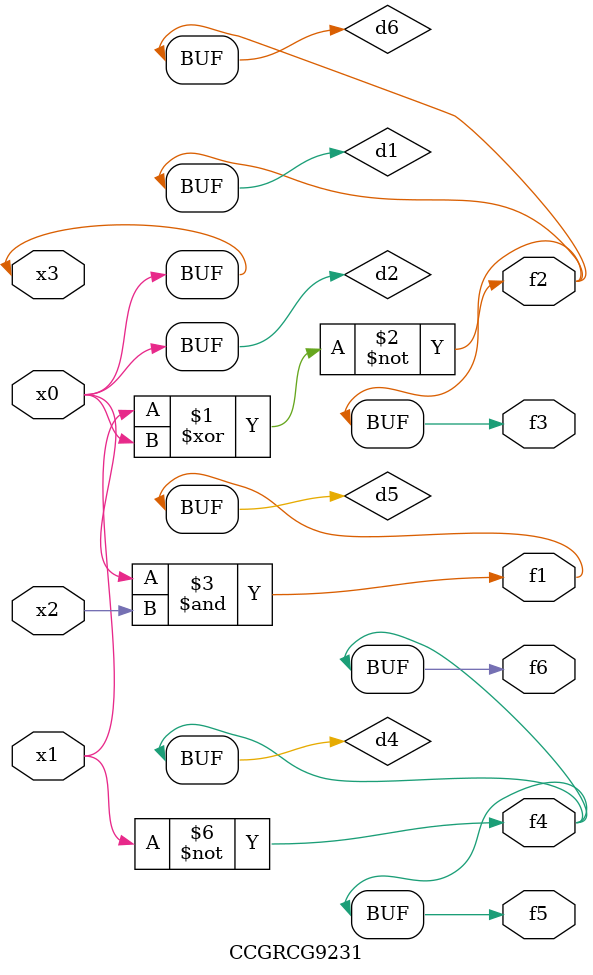
<source format=v>
module CCGRCG9231(
	input x0, x1, x2, x3,
	output f1, f2, f3, f4, f5, f6
);

	wire d1, d2, d3, d4, d5, d6;

	xnor (d1, x1, x3);
	buf (d2, x0, x3);
	nand (d3, x0, x2);
	not (d4, x1);
	nand (d5, d3);
	or (d6, d1);
	assign f1 = d5;
	assign f2 = d6;
	assign f3 = d6;
	assign f4 = d4;
	assign f5 = d4;
	assign f6 = d4;
endmodule

</source>
